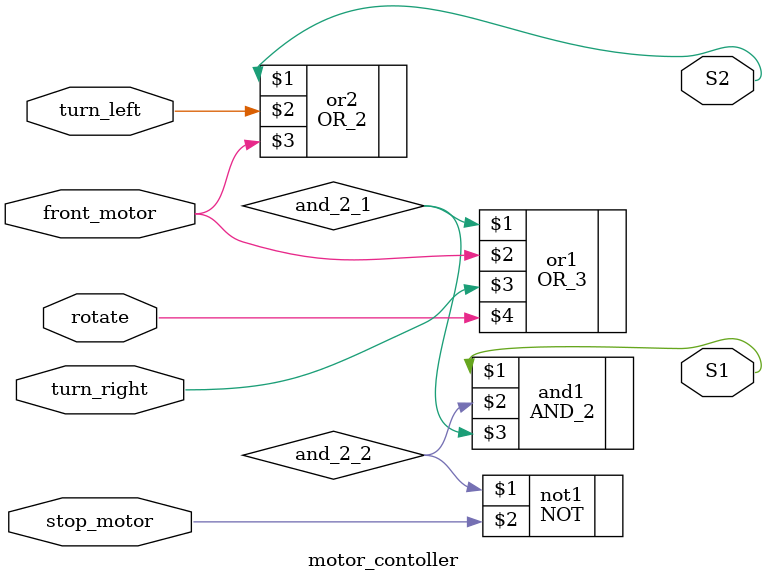
<source format=v>

module motor_contoller(S1,S2,stop_motor,front_motor,turn_left,turn_right,rotate);
	input stop_motor,front_motor,turn_left,turn_right,rotate;
	wire and_2_1,and_2_2;
	output S1,S2;

	OR_3 or1 (and_2_1,front_motor,turn_right,rotate);
	NOT not1 (and_2_2,stop_motor);
	OR_2 or2 (S2,turn_left,front_motor);
	AND_2 and1 (S1,and_2_2,and_2_1);
endmodule
</source>
